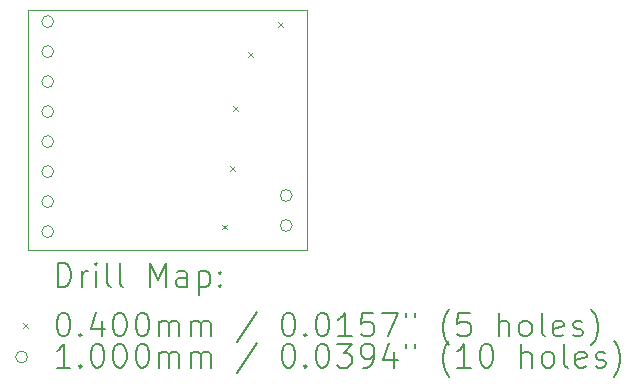
<source format=gbr>
%FSLAX45Y45*%
G04 Gerber Fmt 4.5, Leading zero omitted, Abs format (unit mm)*
G04 Created by KiCad (PCBNEW (6.0.0)) date 2022-03-13 20:48:32*
%MOMM*%
%LPD*%
G01*
G04 APERTURE LIST*
%TA.AperFunction,Profile*%
%ADD10C,0.100000*%
%TD*%
%ADD11C,0.200000*%
%ADD12C,0.040000*%
%ADD13C,0.100000*%
G04 APERTURE END LIST*
D10*
X17754600Y-7772400D02*
X17754600Y-5740400D01*
X17653000Y-7772400D02*
X17754600Y-7772400D01*
X15392400Y-5740400D02*
X17703800Y-5740400D01*
X17754600Y-5740400D02*
X17703800Y-5740400D01*
X15392400Y-7772400D02*
X17653000Y-7772400D01*
X15392400Y-5740400D02*
X15392400Y-7772400D01*
D11*
D12*
X17036100Y-7561900D02*
X17076100Y-7601900D01*
X17076100Y-7561900D02*
X17036100Y-7601900D01*
X17099600Y-7066600D02*
X17139600Y-7106600D01*
X17139600Y-7066600D02*
X17099600Y-7106600D01*
X17125000Y-6558600D02*
X17165000Y-6598600D01*
X17165000Y-6558600D02*
X17125000Y-6598600D01*
X17252000Y-6101400D02*
X17292000Y-6141400D01*
X17292000Y-6101400D02*
X17252000Y-6141400D01*
X17506000Y-5847400D02*
X17546000Y-5887400D01*
X17546000Y-5847400D02*
X17506000Y-5887400D01*
D13*
X15607500Y-5842000D02*
G75*
G03*
X15607500Y-5842000I-50000J0D01*
G01*
X15607500Y-6096000D02*
G75*
G03*
X15607500Y-6096000I-50000J0D01*
G01*
X15607500Y-6350000D02*
G75*
G03*
X15607500Y-6350000I-50000J0D01*
G01*
X15607500Y-6604000D02*
G75*
G03*
X15607500Y-6604000I-50000J0D01*
G01*
X15607500Y-6858000D02*
G75*
G03*
X15607500Y-6858000I-50000J0D01*
G01*
X15607500Y-7112000D02*
G75*
G03*
X15607500Y-7112000I-50000J0D01*
G01*
X15607500Y-7366000D02*
G75*
G03*
X15607500Y-7366000I-50000J0D01*
G01*
X15607500Y-7620000D02*
G75*
G03*
X15607500Y-7620000I-50000J0D01*
G01*
X17626800Y-7314700D02*
G75*
G03*
X17626800Y-7314700I-50000J0D01*
G01*
X17626800Y-7568700D02*
G75*
G03*
X17626800Y-7568700I-50000J0D01*
G01*
D11*
X15645019Y-8087876D02*
X15645019Y-7887876D01*
X15692638Y-7887876D01*
X15721209Y-7897400D01*
X15740257Y-7916448D01*
X15749781Y-7935495D01*
X15759305Y-7973590D01*
X15759305Y-8002162D01*
X15749781Y-8040257D01*
X15740257Y-8059305D01*
X15721209Y-8078352D01*
X15692638Y-8087876D01*
X15645019Y-8087876D01*
X15845019Y-8087876D02*
X15845019Y-7954543D01*
X15845019Y-7992638D02*
X15854543Y-7973590D01*
X15864067Y-7964067D01*
X15883114Y-7954543D01*
X15902162Y-7954543D01*
X15968828Y-8087876D02*
X15968828Y-7954543D01*
X15968828Y-7887876D02*
X15959305Y-7897400D01*
X15968828Y-7906924D01*
X15978352Y-7897400D01*
X15968828Y-7887876D01*
X15968828Y-7906924D01*
X16092638Y-8087876D02*
X16073590Y-8078352D01*
X16064067Y-8059305D01*
X16064067Y-7887876D01*
X16197400Y-8087876D02*
X16178352Y-8078352D01*
X16168828Y-8059305D01*
X16168828Y-7887876D01*
X16425971Y-8087876D02*
X16425971Y-7887876D01*
X16492638Y-8030733D01*
X16559305Y-7887876D01*
X16559305Y-8087876D01*
X16740257Y-8087876D02*
X16740257Y-7983114D01*
X16730733Y-7964067D01*
X16711686Y-7954543D01*
X16673590Y-7954543D01*
X16654543Y-7964067D01*
X16740257Y-8078352D02*
X16721209Y-8087876D01*
X16673590Y-8087876D01*
X16654543Y-8078352D01*
X16645019Y-8059305D01*
X16645019Y-8040257D01*
X16654543Y-8021209D01*
X16673590Y-8011686D01*
X16721209Y-8011686D01*
X16740257Y-8002162D01*
X16835495Y-7954543D02*
X16835495Y-8154543D01*
X16835495Y-7964067D02*
X16854543Y-7954543D01*
X16892638Y-7954543D01*
X16911686Y-7964067D01*
X16921210Y-7973590D01*
X16930733Y-7992638D01*
X16930733Y-8049781D01*
X16921210Y-8068828D01*
X16911686Y-8078352D01*
X16892638Y-8087876D01*
X16854543Y-8087876D01*
X16835495Y-8078352D01*
X17016448Y-8068828D02*
X17025971Y-8078352D01*
X17016448Y-8087876D01*
X17006924Y-8078352D01*
X17016448Y-8068828D01*
X17016448Y-8087876D01*
X17016448Y-7964067D02*
X17025971Y-7973590D01*
X17016448Y-7983114D01*
X17006924Y-7973590D01*
X17016448Y-7964067D01*
X17016448Y-7983114D01*
D12*
X15347400Y-8397400D02*
X15387400Y-8437400D01*
X15387400Y-8397400D02*
X15347400Y-8437400D01*
D11*
X15683114Y-8307876D02*
X15702162Y-8307876D01*
X15721209Y-8317400D01*
X15730733Y-8326924D01*
X15740257Y-8345971D01*
X15749781Y-8384067D01*
X15749781Y-8431686D01*
X15740257Y-8469781D01*
X15730733Y-8488829D01*
X15721209Y-8498352D01*
X15702162Y-8507876D01*
X15683114Y-8507876D01*
X15664067Y-8498352D01*
X15654543Y-8488829D01*
X15645019Y-8469781D01*
X15635495Y-8431686D01*
X15635495Y-8384067D01*
X15645019Y-8345971D01*
X15654543Y-8326924D01*
X15664067Y-8317400D01*
X15683114Y-8307876D01*
X15835495Y-8488829D02*
X15845019Y-8498352D01*
X15835495Y-8507876D01*
X15825971Y-8498352D01*
X15835495Y-8488829D01*
X15835495Y-8507876D01*
X16016448Y-8374543D02*
X16016448Y-8507876D01*
X15968828Y-8298352D02*
X15921209Y-8441210D01*
X16045019Y-8441210D01*
X16159305Y-8307876D02*
X16178352Y-8307876D01*
X16197400Y-8317400D01*
X16206924Y-8326924D01*
X16216448Y-8345971D01*
X16225971Y-8384067D01*
X16225971Y-8431686D01*
X16216448Y-8469781D01*
X16206924Y-8488829D01*
X16197400Y-8498352D01*
X16178352Y-8507876D01*
X16159305Y-8507876D01*
X16140257Y-8498352D01*
X16130733Y-8488829D01*
X16121209Y-8469781D01*
X16111686Y-8431686D01*
X16111686Y-8384067D01*
X16121209Y-8345971D01*
X16130733Y-8326924D01*
X16140257Y-8317400D01*
X16159305Y-8307876D01*
X16349781Y-8307876D02*
X16368828Y-8307876D01*
X16387876Y-8317400D01*
X16397400Y-8326924D01*
X16406924Y-8345971D01*
X16416448Y-8384067D01*
X16416448Y-8431686D01*
X16406924Y-8469781D01*
X16397400Y-8488829D01*
X16387876Y-8498352D01*
X16368828Y-8507876D01*
X16349781Y-8507876D01*
X16330733Y-8498352D01*
X16321209Y-8488829D01*
X16311686Y-8469781D01*
X16302162Y-8431686D01*
X16302162Y-8384067D01*
X16311686Y-8345971D01*
X16321209Y-8326924D01*
X16330733Y-8317400D01*
X16349781Y-8307876D01*
X16502162Y-8507876D02*
X16502162Y-8374543D01*
X16502162Y-8393590D02*
X16511686Y-8384067D01*
X16530733Y-8374543D01*
X16559305Y-8374543D01*
X16578352Y-8384067D01*
X16587876Y-8403114D01*
X16587876Y-8507876D01*
X16587876Y-8403114D02*
X16597400Y-8384067D01*
X16616448Y-8374543D01*
X16645019Y-8374543D01*
X16664067Y-8384067D01*
X16673590Y-8403114D01*
X16673590Y-8507876D01*
X16768828Y-8507876D02*
X16768828Y-8374543D01*
X16768828Y-8393590D02*
X16778352Y-8384067D01*
X16797400Y-8374543D01*
X16825971Y-8374543D01*
X16845019Y-8384067D01*
X16854543Y-8403114D01*
X16854543Y-8507876D01*
X16854543Y-8403114D02*
X16864067Y-8384067D01*
X16883114Y-8374543D01*
X16911686Y-8374543D01*
X16930733Y-8384067D01*
X16940257Y-8403114D01*
X16940257Y-8507876D01*
X17330733Y-8298352D02*
X17159305Y-8555495D01*
X17587876Y-8307876D02*
X17606924Y-8307876D01*
X17625971Y-8317400D01*
X17635495Y-8326924D01*
X17645019Y-8345971D01*
X17654543Y-8384067D01*
X17654543Y-8431686D01*
X17645019Y-8469781D01*
X17635495Y-8488829D01*
X17625971Y-8498352D01*
X17606924Y-8507876D01*
X17587876Y-8507876D01*
X17568829Y-8498352D01*
X17559305Y-8488829D01*
X17549781Y-8469781D01*
X17540257Y-8431686D01*
X17540257Y-8384067D01*
X17549781Y-8345971D01*
X17559305Y-8326924D01*
X17568829Y-8317400D01*
X17587876Y-8307876D01*
X17740257Y-8488829D02*
X17749781Y-8498352D01*
X17740257Y-8507876D01*
X17730733Y-8498352D01*
X17740257Y-8488829D01*
X17740257Y-8507876D01*
X17873590Y-8307876D02*
X17892638Y-8307876D01*
X17911686Y-8317400D01*
X17921210Y-8326924D01*
X17930733Y-8345971D01*
X17940257Y-8384067D01*
X17940257Y-8431686D01*
X17930733Y-8469781D01*
X17921210Y-8488829D01*
X17911686Y-8498352D01*
X17892638Y-8507876D01*
X17873590Y-8507876D01*
X17854543Y-8498352D01*
X17845019Y-8488829D01*
X17835495Y-8469781D01*
X17825971Y-8431686D01*
X17825971Y-8384067D01*
X17835495Y-8345971D01*
X17845019Y-8326924D01*
X17854543Y-8317400D01*
X17873590Y-8307876D01*
X18130733Y-8507876D02*
X18016448Y-8507876D01*
X18073590Y-8507876D02*
X18073590Y-8307876D01*
X18054543Y-8336448D01*
X18035495Y-8355495D01*
X18016448Y-8365019D01*
X18311686Y-8307876D02*
X18216448Y-8307876D01*
X18206924Y-8403114D01*
X18216448Y-8393590D01*
X18235495Y-8384067D01*
X18283114Y-8384067D01*
X18302162Y-8393590D01*
X18311686Y-8403114D01*
X18321210Y-8422162D01*
X18321210Y-8469781D01*
X18311686Y-8488829D01*
X18302162Y-8498352D01*
X18283114Y-8507876D01*
X18235495Y-8507876D01*
X18216448Y-8498352D01*
X18206924Y-8488829D01*
X18387876Y-8307876D02*
X18521210Y-8307876D01*
X18435495Y-8507876D01*
X18587876Y-8307876D02*
X18587876Y-8345971D01*
X18664067Y-8307876D02*
X18664067Y-8345971D01*
X18959305Y-8584067D02*
X18949781Y-8574543D01*
X18930733Y-8545971D01*
X18921210Y-8526924D01*
X18911686Y-8498352D01*
X18902162Y-8450733D01*
X18902162Y-8412638D01*
X18911686Y-8365019D01*
X18921210Y-8336448D01*
X18930733Y-8317400D01*
X18949781Y-8288828D01*
X18959305Y-8279305D01*
X19130733Y-8307876D02*
X19035495Y-8307876D01*
X19025971Y-8403114D01*
X19035495Y-8393590D01*
X19054543Y-8384067D01*
X19102162Y-8384067D01*
X19121210Y-8393590D01*
X19130733Y-8403114D01*
X19140257Y-8422162D01*
X19140257Y-8469781D01*
X19130733Y-8488829D01*
X19121210Y-8498352D01*
X19102162Y-8507876D01*
X19054543Y-8507876D01*
X19035495Y-8498352D01*
X19025971Y-8488829D01*
X19378352Y-8507876D02*
X19378352Y-8307876D01*
X19464067Y-8507876D02*
X19464067Y-8403114D01*
X19454543Y-8384067D01*
X19435495Y-8374543D01*
X19406924Y-8374543D01*
X19387876Y-8384067D01*
X19378352Y-8393590D01*
X19587876Y-8507876D02*
X19568829Y-8498352D01*
X19559305Y-8488829D01*
X19549781Y-8469781D01*
X19549781Y-8412638D01*
X19559305Y-8393590D01*
X19568829Y-8384067D01*
X19587876Y-8374543D01*
X19616448Y-8374543D01*
X19635495Y-8384067D01*
X19645019Y-8393590D01*
X19654543Y-8412638D01*
X19654543Y-8469781D01*
X19645019Y-8488829D01*
X19635495Y-8498352D01*
X19616448Y-8507876D01*
X19587876Y-8507876D01*
X19768829Y-8507876D02*
X19749781Y-8498352D01*
X19740257Y-8479305D01*
X19740257Y-8307876D01*
X19921210Y-8498352D02*
X19902162Y-8507876D01*
X19864067Y-8507876D01*
X19845019Y-8498352D01*
X19835495Y-8479305D01*
X19835495Y-8403114D01*
X19845019Y-8384067D01*
X19864067Y-8374543D01*
X19902162Y-8374543D01*
X19921210Y-8384067D01*
X19930733Y-8403114D01*
X19930733Y-8422162D01*
X19835495Y-8441210D01*
X20006924Y-8498352D02*
X20025971Y-8507876D01*
X20064067Y-8507876D01*
X20083114Y-8498352D01*
X20092638Y-8479305D01*
X20092638Y-8469781D01*
X20083114Y-8450733D01*
X20064067Y-8441210D01*
X20035495Y-8441210D01*
X20016448Y-8431686D01*
X20006924Y-8412638D01*
X20006924Y-8403114D01*
X20016448Y-8384067D01*
X20035495Y-8374543D01*
X20064067Y-8374543D01*
X20083114Y-8384067D01*
X20159305Y-8584067D02*
X20168829Y-8574543D01*
X20187876Y-8545971D01*
X20197400Y-8526924D01*
X20206924Y-8498352D01*
X20216448Y-8450733D01*
X20216448Y-8412638D01*
X20206924Y-8365019D01*
X20197400Y-8336448D01*
X20187876Y-8317400D01*
X20168829Y-8288828D01*
X20159305Y-8279305D01*
D13*
X15387400Y-8681400D02*
G75*
G03*
X15387400Y-8681400I-50000J0D01*
G01*
D11*
X15749781Y-8771876D02*
X15635495Y-8771876D01*
X15692638Y-8771876D02*
X15692638Y-8571876D01*
X15673590Y-8600448D01*
X15654543Y-8619495D01*
X15635495Y-8629019D01*
X15835495Y-8752829D02*
X15845019Y-8762352D01*
X15835495Y-8771876D01*
X15825971Y-8762352D01*
X15835495Y-8752829D01*
X15835495Y-8771876D01*
X15968828Y-8571876D02*
X15987876Y-8571876D01*
X16006924Y-8581400D01*
X16016448Y-8590924D01*
X16025971Y-8609971D01*
X16035495Y-8648067D01*
X16035495Y-8695686D01*
X16025971Y-8733781D01*
X16016448Y-8752829D01*
X16006924Y-8762352D01*
X15987876Y-8771876D01*
X15968828Y-8771876D01*
X15949781Y-8762352D01*
X15940257Y-8752829D01*
X15930733Y-8733781D01*
X15921209Y-8695686D01*
X15921209Y-8648067D01*
X15930733Y-8609971D01*
X15940257Y-8590924D01*
X15949781Y-8581400D01*
X15968828Y-8571876D01*
X16159305Y-8571876D02*
X16178352Y-8571876D01*
X16197400Y-8581400D01*
X16206924Y-8590924D01*
X16216448Y-8609971D01*
X16225971Y-8648067D01*
X16225971Y-8695686D01*
X16216448Y-8733781D01*
X16206924Y-8752829D01*
X16197400Y-8762352D01*
X16178352Y-8771876D01*
X16159305Y-8771876D01*
X16140257Y-8762352D01*
X16130733Y-8752829D01*
X16121209Y-8733781D01*
X16111686Y-8695686D01*
X16111686Y-8648067D01*
X16121209Y-8609971D01*
X16130733Y-8590924D01*
X16140257Y-8581400D01*
X16159305Y-8571876D01*
X16349781Y-8571876D02*
X16368828Y-8571876D01*
X16387876Y-8581400D01*
X16397400Y-8590924D01*
X16406924Y-8609971D01*
X16416448Y-8648067D01*
X16416448Y-8695686D01*
X16406924Y-8733781D01*
X16397400Y-8752829D01*
X16387876Y-8762352D01*
X16368828Y-8771876D01*
X16349781Y-8771876D01*
X16330733Y-8762352D01*
X16321209Y-8752829D01*
X16311686Y-8733781D01*
X16302162Y-8695686D01*
X16302162Y-8648067D01*
X16311686Y-8609971D01*
X16321209Y-8590924D01*
X16330733Y-8581400D01*
X16349781Y-8571876D01*
X16502162Y-8771876D02*
X16502162Y-8638543D01*
X16502162Y-8657590D02*
X16511686Y-8648067D01*
X16530733Y-8638543D01*
X16559305Y-8638543D01*
X16578352Y-8648067D01*
X16587876Y-8667114D01*
X16587876Y-8771876D01*
X16587876Y-8667114D02*
X16597400Y-8648067D01*
X16616448Y-8638543D01*
X16645019Y-8638543D01*
X16664067Y-8648067D01*
X16673590Y-8667114D01*
X16673590Y-8771876D01*
X16768828Y-8771876D02*
X16768828Y-8638543D01*
X16768828Y-8657590D02*
X16778352Y-8648067D01*
X16797400Y-8638543D01*
X16825971Y-8638543D01*
X16845019Y-8648067D01*
X16854543Y-8667114D01*
X16854543Y-8771876D01*
X16854543Y-8667114D02*
X16864067Y-8648067D01*
X16883114Y-8638543D01*
X16911686Y-8638543D01*
X16930733Y-8648067D01*
X16940257Y-8667114D01*
X16940257Y-8771876D01*
X17330733Y-8562352D02*
X17159305Y-8819495D01*
X17587876Y-8571876D02*
X17606924Y-8571876D01*
X17625971Y-8581400D01*
X17635495Y-8590924D01*
X17645019Y-8609971D01*
X17654543Y-8648067D01*
X17654543Y-8695686D01*
X17645019Y-8733781D01*
X17635495Y-8752829D01*
X17625971Y-8762352D01*
X17606924Y-8771876D01*
X17587876Y-8771876D01*
X17568829Y-8762352D01*
X17559305Y-8752829D01*
X17549781Y-8733781D01*
X17540257Y-8695686D01*
X17540257Y-8648067D01*
X17549781Y-8609971D01*
X17559305Y-8590924D01*
X17568829Y-8581400D01*
X17587876Y-8571876D01*
X17740257Y-8752829D02*
X17749781Y-8762352D01*
X17740257Y-8771876D01*
X17730733Y-8762352D01*
X17740257Y-8752829D01*
X17740257Y-8771876D01*
X17873590Y-8571876D02*
X17892638Y-8571876D01*
X17911686Y-8581400D01*
X17921210Y-8590924D01*
X17930733Y-8609971D01*
X17940257Y-8648067D01*
X17940257Y-8695686D01*
X17930733Y-8733781D01*
X17921210Y-8752829D01*
X17911686Y-8762352D01*
X17892638Y-8771876D01*
X17873590Y-8771876D01*
X17854543Y-8762352D01*
X17845019Y-8752829D01*
X17835495Y-8733781D01*
X17825971Y-8695686D01*
X17825971Y-8648067D01*
X17835495Y-8609971D01*
X17845019Y-8590924D01*
X17854543Y-8581400D01*
X17873590Y-8571876D01*
X18006924Y-8571876D02*
X18130733Y-8571876D01*
X18064067Y-8648067D01*
X18092638Y-8648067D01*
X18111686Y-8657590D01*
X18121210Y-8667114D01*
X18130733Y-8686162D01*
X18130733Y-8733781D01*
X18121210Y-8752829D01*
X18111686Y-8762352D01*
X18092638Y-8771876D01*
X18035495Y-8771876D01*
X18016448Y-8762352D01*
X18006924Y-8752829D01*
X18225971Y-8771876D02*
X18264067Y-8771876D01*
X18283114Y-8762352D01*
X18292638Y-8752829D01*
X18311686Y-8724257D01*
X18321210Y-8686162D01*
X18321210Y-8609971D01*
X18311686Y-8590924D01*
X18302162Y-8581400D01*
X18283114Y-8571876D01*
X18245019Y-8571876D01*
X18225971Y-8581400D01*
X18216448Y-8590924D01*
X18206924Y-8609971D01*
X18206924Y-8657590D01*
X18216448Y-8676638D01*
X18225971Y-8686162D01*
X18245019Y-8695686D01*
X18283114Y-8695686D01*
X18302162Y-8686162D01*
X18311686Y-8676638D01*
X18321210Y-8657590D01*
X18492638Y-8638543D02*
X18492638Y-8771876D01*
X18445019Y-8562352D02*
X18397400Y-8705210D01*
X18521210Y-8705210D01*
X18587876Y-8571876D02*
X18587876Y-8609971D01*
X18664067Y-8571876D02*
X18664067Y-8609971D01*
X18959305Y-8848067D02*
X18949781Y-8838543D01*
X18930733Y-8809971D01*
X18921210Y-8790924D01*
X18911686Y-8762352D01*
X18902162Y-8714733D01*
X18902162Y-8676638D01*
X18911686Y-8629019D01*
X18921210Y-8600448D01*
X18930733Y-8581400D01*
X18949781Y-8552829D01*
X18959305Y-8543305D01*
X19140257Y-8771876D02*
X19025971Y-8771876D01*
X19083114Y-8771876D02*
X19083114Y-8571876D01*
X19064067Y-8600448D01*
X19045019Y-8619495D01*
X19025971Y-8629019D01*
X19264067Y-8571876D02*
X19283114Y-8571876D01*
X19302162Y-8581400D01*
X19311686Y-8590924D01*
X19321210Y-8609971D01*
X19330733Y-8648067D01*
X19330733Y-8695686D01*
X19321210Y-8733781D01*
X19311686Y-8752829D01*
X19302162Y-8762352D01*
X19283114Y-8771876D01*
X19264067Y-8771876D01*
X19245019Y-8762352D01*
X19235495Y-8752829D01*
X19225971Y-8733781D01*
X19216448Y-8695686D01*
X19216448Y-8648067D01*
X19225971Y-8609971D01*
X19235495Y-8590924D01*
X19245019Y-8581400D01*
X19264067Y-8571876D01*
X19568829Y-8771876D02*
X19568829Y-8571876D01*
X19654543Y-8771876D02*
X19654543Y-8667114D01*
X19645019Y-8648067D01*
X19625971Y-8638543D01*
X19597400Y-8638543D01*
X19578352Y-8648067D01*
X19568829Y-8657590D01*
X19778352Y-8771876D02*
X19759305Y-8762352D01*
X19749781Y-8752829D01*
X19740257Y-8733781D01*
X19740257Y-8676638D01*
X19749781Y-8657590D01*
X19759305Y-8648067D01*
X19778352Y-8638543D01*
X19806924Y-8638543D01*
X19825971Y-8648067D01*
X19835495Y-8657590D01*
X19845019Y-8676638D01*
X19845019Y-8733781D01*
X19835495Y-8752829D01*
X19825971Y-8762352D01*
X19806924Y-8771876D01*
X19778352Y-8771876D01*
X19959305Y-8771876D02*
X19940257Y-8762352D01*
X19930733Y-8743305D01*
X19930733Y-8571876D01*
X20111686Y-8762352D02*
X20092638Y-8771876D01*
X20054543Y-8771876D01*
X20035495Y-8762352D01*
X20025971Y-8743305D01*
X20025971Y-8667114D01*
X20035495Y-8648067D01*
X20054543Y-8638543D01*
X20092638Y-8638543D01*
X20111686Y-8648067D01*
X20121210Y-8667114D01*
X20121210Y-8686162D01*
X20025971Y-8705210D01*
X20197400Y-8762352D02*
X20216448Y-8771876D01*
X20254543Y-8771876D01*
X20273590Y-8762352D01*
X20283114Y-8743305D01*
X20283114Y-8733781D01*
X20273590Y-8714733D01*
X20254543Y-8705210D01*
X20225971Y-8705210D01*
X20206924Y-8695686D01*
X20197400Y-8676638D01*
X20197400Y-8667114D01*
X20206924Y-8648067D01*
X20225971Y-8638543D01*
X20254543Y-8638543D01*
X20273590Y-8648067D01*
X20349781Y-8848067D02*
X20359305Y-8838543D01*
X20378352Y-8809971D01*
X20387876Y-8790924D01*
X20397400Y-8762352D01*
X20406924Y-8714733D01*
X20406924Y-8676638D01*
X20397400Y-8629019D01*
X20387876Y-8600448D01*
X20378352Y-8581400D01*
X20359305Y-8552829D01*
X20349781Y-8543305D01*
M02*

</source>
